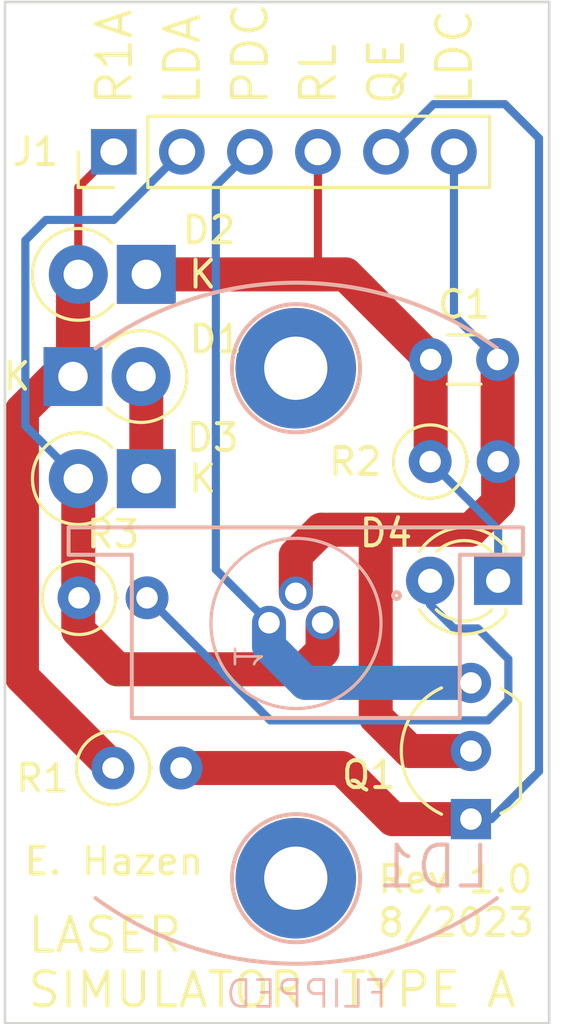
<source format=kicad_pcb>
(kicad_pcb (version 20221018) (generator pcbnew)
  (layers (0 "F.Cu" signal) (31 "B.Cu" signal) (34 "B.Paste" user) (35 "F.Paste" user) (36 "B.SilkS" user "B.Silkscreen") (37 "F.SilkS" user "F.Silkscreen") (38 "B.Mask" user) (39 "F.Mask" user) (44 "Edge.Cuts" user))
  (net 0 "")
  (net 1 "/RL")
  (net 2 "/LDC")
  (net 3 "/R1A")
  (net 4 "Net-(D2-A)")
  (net 5 "/LDA")
  (net 6 "/PDC")
  (net 7 "/QE")
  (net 8 "Net-(D4-A)")
  (footprint "Diode_THT:D_DO-41_SOD81_P2.54mm_Vertical_KathodeUp" (layer "F.Cu") (at 132.08 80.01)
    (fp_text reference "D2" (at 5.08 -5.461) (layer "F.SilkS"))
    (fp_text value "1N4001")
    (fp_text user "K" (at -2.1 0) (layer "F.SilkS"))
    (fp_arc (start 1.228847 -1.1) (mid 4.250877 -0.044974) (end 1.288449 1.167366) (stroke (width 0.12)) (layer "F.SilkS"))
    (pad "1" thru_hole rect (at 0 0) (size 2.2 2.2) (drill 1.1) (layers "*.Cu" "*.Mask") (net 3 "/R1A"))
    (pad "2" thru_hole oval (at 2.54 0) (size 2.2 2.2) (drill 1.1) (layers "*.Cu" "*.Mask") (net 4 "Net-(D2-A)"))
  )
  (footprint "Capacitor_THT:C_Disc_D3.0mm_W1.6mm_P2.50mm" (layer "F.Cu") (at 145.435 79.375)
    (fp_text reference "C1" (at 1.25 -2.05) (layer "F.SilkS"))
    (fp_text value "0.33uF")
    (fp_line (start 0.621 -0.92) (end 1.879 -0.92) (stroke (width 0.12)) (layer "F.SilkS"))
    (fp_line (start 0.621 0.92) (end 1.879 0.92) (stroke (width 0.12)) (layer "F.SilkS"))
    (pad "1" thru_hole circle (at 0 0) (size 1.6 1.6) (drill 0.8) (layers "*.Cu" "*.Mask") (net 1 "/RL"))
    (pad "2" thru_hole circle (at 2.5 0) (size 1.6 1.6) (drill 0.8) (layers "*.Cu" "*.Mask") (net 2 "/LDC"))
  )
  (footprint "Resistor_THT:R_Axial_DIN0207_L6.3mm_D2.5mm_P2.54mm_Vertical" (layer "F.Cu") (at 145.415 83.185)
    (fp_text reference "R2" (at -2.794 0) (layer "F.SilkS"))
    (fp_text value "1.6")
    (fp_line (start 1.37 0) (end 1.44 0) (stroke (width 0.12)) (layer "F.SilkS"))
    (fp_circle (center 0 0) (end 1.37 0) (stroke (width 0.12)) (fill none) (layer "F.SilkS"))
    (pad "1" thru_hole circle (at 0 0) (size 1.6 1.6) (drill 0.8) (layers "*.Cu" "*.Mask") (net 1 "/RL"))
    (pad "2" thru_hole oval (at 2.54 0) (size 1.6 1.6) (drill 0.8) (layers "*.Cu" "*.Mask") (net 2 "/LDC"))
  )
  (footprint "LED_THT:LED_D3.0mm" (layer "F.Cu") (at 147.955 87.63 180)
    (fp_text reference "D4" (at 4.191 1.778) (layer "F.SilkS"))
    (fp_text value "LED")
    (fp_line (start -0.29 -1.236) (end -0.29 -1.08) (stroke (width 0.12)) (layer "F.SilkS"))
    (fp_line (start -0.29 1.08) (end -0.29 1.236) (stroke (width 0.12)) (layer "F.SilkS"))
    (fp_arc (start -0.29 -1.235516) (mid 1.366487 -1.987659) (end 2.942335 -1.078608) (stroke (width 0.12)) (layer "F.SilkS"))
    (fp_arc (start 0.229039 -1.08) (mid 1.270117 -1.5) (end 2.31113 -1.079837) (stroke (width 0.12)) (layer "F.SilkS"))
    (fp_arc (start 2.31113 1.079837) (mid 1.270117 1.5) (end 0.229039 1.08) (stroke (width 0.12)) (layer "F.SilkS"))
    (fp_arc (start 2.942335 1.078608) (mid 1.366487 1.987659) (end -0.29 1.235516) (stroke (width 0.12)) (layer "F.SilkS"))
    (pad "1" thru_hole rect (at 0 0 180) (size 1.8 1.8) (drill 0.9) (layers "*.Cu" "*.Mask") (net 1 "/RL"))
    (pad "2" thru_hole circle (at 2.54 0 180) (size 1.8 1.8) (drill 0.9) (layers "*.Cu" "*.Mask") (net 8 "Net-(D4-A)"))
  )
  (footprint "Resistor_THT:R_Axial_DIN0207_L6.3mm_D2.5mm_P2.54mm_Vertical" (layer "F.Cu") (at 133.575 94.615)
    (fp_text reference "R1" (at -2.638 0.381) (layer "F.SilkS"))
    (fp_text value "4.7k")
    (fp_line (start 1.37 0) (end 1.44 0) (stroke (width 0.12)) (layer "F.SilkS"))
    (fp_circle (center 0 0) (end 1.37 0) (stroke (width 0.12)) (fill none) (layer "F.SilkS"))
    (pad "1" thru_hole circle (at 0 0) (size 1.6 1.6) (drill 0.8) (layers "*.Cu" "*.Mask") (net 3 "/R1A"))
    (pad "2" thru_hole oval (at 2.54 0) (size 1.6 1.6) (drill 0.8) (layers "*.Cu" "*.Mask") (net 7 "/QE"))
  )
  (footprint "Diode_THT:D_DO-41_SOD81_P2.54mm_Vertical_KathodeUp" (layer "F.Cu") (at 134.818234 83.82 180)
    (fp_text reference "D3" (at -2.468766 1.524) (layer "F.SilkS"))
    (fp_text value "1N4001")
    (fp_text user "K" (at -2.1 0) (layer "F.SilkS"))
    (fp_arc (start 1.228847 -1.1) (mid 4.250877 -0.044974) (end 1.288449 1.167366) (stroke (width 0.12)) (layer "F.SilkS"))
    (pad "1" thru_hole rect (at 0 0 180) (size 2.2 2.2) (drill 1.1) (layers "*.Cu" "*.Mask") (net 4 "Net-(D2-A)"))
    (pad "2" thru_hole oval (at 2.54 0 180) (size 2.2 2.2) (drill 1.1) (layers "*.Cu" "*.Mask") (net 5 "/LDA"))
  )
  (footprint "Diode_THT:D_DO-41_SOD81_P2.54mm_Vertical_KathodeUp" (layer "F.Cu") (at 134.818234 76.2 180)
    (fp_text reference "D1" (at -2.595766 -2.413) (layer "F.SilkS"))
    (fp_text value "1N4001")
    (fp_text user "K" (at -2.1 0) (layer "F.SilkS"))
    (fp_arc (start 1.228847 -1.1) (mid 4.250877 -0.044974) (end 1.288449 1.167366) (stroke (width 0.12)) (layer "F.SilkS"))
    (pad "1" thru_hole rect (at 0 0 180) (size 2.2 2.2) (drill 1.1) (layers "*.Cu" "*.Mask") (net 1 "/RL"))
    (pad "2" thru_hole oval (at 2.54 0 180) (size 2.2 2.2) (drill 1.1) (layers "*.Cu" "*.Mask") (net 3 "/R1A"))
  )
  (footprint "Package_TO_SOT_THT:TO-92_Inline_Wide" (layer "F.Cu") (at 146.939 96.52 90)
    (fp_text reference "Q1" (at 1.651 -3.81 180) (layer "F.SilkS"))
    (fp_text value "2N3906")
    (fp_line (start 0.74 1.85) (end 4.34 1.85) (stroke (width 0.12)) (layer "F.SilkS"))
    (fp_arc (start 0.1836 -1.098807) (mid 1.143021 -2.192817) (end 2.54 -2.6) (stroke (width 0.12)) (layer "F.SilkS"))
    (fp_arc (start 0.74 1.85) (mid 0.446097 1.509328) (end 0.215816 1.122795) (stroke (width 0.12)) (layer "F.SilkS"))
    (fp_arc (start 2.54 -2.6) (mid 3.936979 -2.192818) (end 4.8964 -1.098807) (stroke (width 0.12)) (layer "F.SilkS"))
    (fp_arc (start 4.864184 1.122795) (mid 4.633903 1.509328) (end 4.34 1.85) (stroke (width 0.12)) (layer "F.SilkS"))
    (pad "1" thru_hole rect (at 0 0 90) (size 1.5 1.5) (drill 0.8) (layers "*.Cu" "*.Mask") (net 7 "/QE"))
    (pad "2" thru_hole circle (at 2.54 0 90) (size 1.5 1.5) (drill 0.8) (layers "*.Cu" "*.Mask") (net 2 "/LDC"))
    (pad "3" thru_hole circle (at 5.08 0 90) (size 1.5 1.5) (drill 0.8) (layers "*.Cu" "*.Mask") (net 6 "/PDC"))
  )
  (footprint "Resistor_THT:R_Axial_DIN0207_L6.3mm_D2.5mm_P2.54mm_Vertical" (layer "F.Cu") (at 132.305 88.265)
    (fp_text reference "R3" (at 1.27 -2.37) (layer "F.SilkS"))
    (fp_text value "150")
    (fp_line (start 1.37 0) (end 1.44 0) (stroke (width 0.12)) (layer "F.SilkS"))
    (fp_circle (center 0 0) (end 1.37 0) (stroke (width 0.12)) (fill none) (layer "F.SilkS"))
    (pad "1" thru_hole circle (at 0 0) (size 1.6 1.6) (drill 0.8) (layers "*.Cu" "*.Mask") (net 5 "/LDA"))
    (pad "2" thru_hole oval (at 2.54 0) (size 1.6 1.6) (drill 0.8) (layers "*.Cu" "*.Mask") (net 8 "Net-(D4-A)"))
  )
  (footprint "Connector_PinHeader_2.54mm:PinHeader_1x06_P2.54mm_Vertical" (layer "F.Cu") (at 133.604 71.628 90)
    (fp_text reference "J1" (at 0 -2.921 180) (layer "F.SilkS"))
    (fp_text value "Conn_01x06")
    (fp_line (start -1.33 -1.33) (end 0 -1.33) (stroke (width 0.12)) (layer "F.SilkS"))
    (fp_line (start -1.33 0) (end -1.33 -1.33) (stroke (width 0.12)) (layer "F.SilkS"))
    (fp_line (start -1.33 1.27) (end -1.33 14.03) (stroke (width 0.12)) (layer "F.SilkS"))
    (fp_line (start -1.33 1.27) (end 1.33 1.27) (stroke (width 0.12)) (layer "F.SilkS"))
    (fp_line (start -1.33 14.03) (end 1.33 14.03) (stroke (width 0.12)) (layer "F.SilkS"))
    (fp_line (start 1.33 1.27) (end 1.33 14.03) (stroke (width 0.12)) (layer "F.SilkS"))
    (pad "1" thru_hole rect (at 0 0 90) (size 1.7 1.7) (drill 1) (layers "*.Cu" "*.Mask") (net 3 "/R1A"))
    (pad "2" thru_hole oval (at 0 2.54 90) (size 1.7 1.7) (drill 1) (layers "*.Cu" "*.Mask") (net 5 "/LDA"))
    (pad "3" thru_hole oval (at 0 5.08 90) (size 1.7 1.7) (drill 1) (layers "*.Cu" "*.Mask") (net 6 "/PDC"))
    (pad "4" thru_hole oval (at 0 7.62 90) (size 1.7 1.7) (drill 1) (layers "*.Cu" "*.Mask") (net 1 "/RL"))
    (pad "5" thru_hole oval (at 0 10.16 90) (size 1.7 1.7) (drill 1) (layers "*.Cu" "*.Mask") (net 7 "/QE"))
    (pad "6" thru_hole oval (at 0 12.7 90) (size 1.7 1.7) (drill 1) (layers "*.Cu" "*.Mask") (net 2 "/LDC"))
  )
  (footprint "laserFootprint:laserDiode" (layer "B.Cu") (at 141.398968 89.1958 90)
    (fp_text reference "LD1" (at -9.1022 4.143032 unlocked) (layer "B.SilkS") (effects (font (size 1.524 1.524) (thickness 0.1524)) (justify mirror)))
    (fp_text value "Laserdiode")
    (fp_text user "FLIPPED" (at -14.4362 2.492032 unlocked) (layer "B.SilkS") (effects (font (thickness 0.1)) (justify left bottom mirror)))
    (fp_text user "1" (at -1.8 -3.4 270 unlocked) (layer "B.SilkS") (effects (font (thickness 0.1)) (justify left bottom mirror)))
    (fp_line (start -3.553 -7.1228) (end -3.553 5.1228) (stroke (width 0.15)) (layer "B.SilkS"))
    (fp_line (start -3.553 -7.1228) (end 2.537 -7.1228) (stroke (width 0.15)) (layer "B.SilkS"))
    (fp_line (start -3.553 5.1228) (end 2.537 5.1228) (stroke (width 0.15)) (layer "B.SilkS"))
    (fp_line (start 2.537 -7.1228) (end 2.537 -9.4828) (stroke (width 0.15)) (layer "B.SilkS"))
    (fp_line (start 2.537 5.1228) (end 2.537 7.4828) (stroke (width 0.15)) (layer "B.SilkS"))
    (fp_line (start 3.557 -9.4828) (end 2.537 -9.4828) (stroke (width 0.15)) (layer "B.SilkS"))
    (fp_line (start 3.557 7.4828) (end 2.537 7.4828) (stroke (width 0.15)) (layer "B.SilkS"))
    (fp_line (start 3.557 7.4828) (end 3.557 -9.4828) (stroke (width 0.15)) (layer "B.SilkS"))
    (fp_arc (start -10.271999 6.511299) (mid -12.718968 -0.9837) (end -10.271999 -8.478699) (stroke (width 0.15)) (layer "B.SilkS"))
    (fp_arc (start 10.237999 -8.478699) (mid 12.68497 -0.9837) (end 10.237999 6.511299) (stroke (width 0.15)) (layer "B.SilkS"))
    (fp_circle (center -9.529 -0.9922) (end -7.139 -0.9922) (stroke (width 0.15)) (fill none) (layer "B.SilkS"))
    (fp_circle (center -0.0254 -0.9922) (end 3.1496 -0.9922) (stroke (width 0.12)) (fill none) (layer "B.SilkS"))
    (fp_circle (center 1.017 2.7628) (end 1.144 2.7628) (stroke (width 0.15)) (fill none) (layer "B.SilkS"))
    (fp_circle (center 9.495 -0.9922) (end 11.885 -0.9922) (stroke (width 0.15)) (fill none) (layer "B.SilkS"))
    (pad "1" thru_hole oval (at 0 -2) (size 1.25 1.25) (drill oval 0.8) (layers "*.Cu" "*.Mask") (net 6 "/PDC"))
    (pad "2" thru_hole oval (at 1.1 -1) (size 1.25 1.25) (drill oval 0.8) (layers "*.Cu" "*.Mask") (net 2 "/LDC"))
    (pad "3" thru_hole oval (at 0 0) (size 1.25 1.25) (drill oval 0.8) (layers "*.Cu" "*.Mask") (net 5 "/LDA"))
    (pad "4" thru_hole circle (at -9.529 -1 90) (size 4.5 4.5) (drill 2.36) (layers "*.Cu" "*.Mask"))
    (pad "4" thru_hole circle (at 9.495 -1 90) (size 4.5 4.5) (drill 2.36) (layers "*.Cu" "*.Mask"))
  )
  (gr_line (start 129.54 104.14) (end 129.54 66.04) (stroke (width 0.1)) (layer "Edge.Cuts"))
  (gr_line (start 149.86 66.04) (end 149.86 104.14) (stroke (width 0.1)) (layer "Edge.Cuts"))
  (gr_line (start 149.86 104.14) (end 129.54 104.14) (stroke (width 0.1)) (layer "Edge.Cuts"))
  (gr_line (start 129.54 66.04) (end 149.86 66.04) (stroke (width 0.1)) (layer "Edge.Cuts"))
  (gr_text "E. Hazen" (at 130.175 98.679) (layer "F.SilkS") (effects (font (size 1 1)) (justify left bottom)))
  (gr_text "QE" (at 144.526 69.977 90) (layer "F.SilkS") (effects (font (size 1.27 1.27) (thickness 0.1524)) (justify left bottom)))
  (gr_text "LDC" (at 147.066 69.977 90) (layer "F.SilkS") (effects (font (size 1.27 1.27) (thickness 0.1524)) (justify left bottom)))
  (gr_text "TYPE A" (at 141.986 103.632) (layer "F.SilkS") (effects (font (size 1.27 1.27) (thickness 0.1524)) (justify left bottom)))
  (gr_text "PDC" (at 139.446 69.977 90) (layer "F.SilkS") (effects (font (size 1.27 1.27) (thickness 0.1524)) (justify left bottom)))
  (gr_text "LDA" (at 136.906 69.977 90) (layer "F.SilkS") (effects (font (size 1.27 1.27) (thickness 0.1524)) (justify left bottom)))
  (gr_text "RL" (at 141.986 69.977 90) (layer "F.SilkS") (effects (font (size 1.27 1.27) (thickness 0.1524)) (justify left bottom)))
  (gr_text "Rev 1.0\n8/2023" (at 143.383 100.965) (layer "F.SilkS") (effects (font (size 1 1)) (justify left bottom)))
  (gr_text "R1A" (at 134.366 69.977 90) (layer "F.SilkS") (effects (font (size 1.27 1.27) (thickness 0.1524)) (justify left bottom)))
  (gr_text "LASER\nSIMULATOR" (at 130.302 103.632) (layer "F.SilkS") (effects (font (size 1.27 1.27) (thickness 0.1524)) (justify left bottom)))
  (segment (start 141.351 76.2) (end 142.26 76.2) (width 1.27) (layer "F.Cu") (net 1))
  (segment (start 141.224 76.073) (end 141.351 76.2) (width 0.3048) (layer "F.Cu") (net 1))
  (segment (start 145.435 79.375) (end 145.435 83.165) (width 1.27) (layer "F.Cu") (net 1))
  (segment (start 142.26 76.2) (end 145.435 79.375) (width 1.27) (layer "F.Cu") (net 1))
  (segment (start 145.435 83.165) (end 145.415 83.185) (width 1.27) (layer "F.Cu") (net 1))
  (segment (start 134.818234 76.2) (end 141.351 76.2) (width 1.27) (layer "F.Cu") (net 1))
  (segment (start 141.224 71.628) (end 141.224 76.073) (width 0.3048) (layer "F.Cu") (net 1))
  (segment (start 147.955 87.63) (end 147.955 85.725) (width 0.3048) (layer "B.Cu") (net 1))
  (segment (start 147.955 85.725) (end 145.415 83.185) (width 0.3048) (layer "B.Cu") (net 1))
  (segment (start 147.935 79.375) (end 147.935 83.165) (width 1.27) (layer "F.Cu") (net 2))
  (segment (start 141.351 85.725) (end 140.398968 86.677032) (width 1.27) (layer "F.Cu") (net 2))
  (segment (start 143.51 85.725) (end 141.351 85.725) (width 1.27) (layer "F.Cu") (net 2))
  (segment (start 146.939 93.98) (end 144.653 93.98) (width 1.27) (layer "F.Cu") (net 2))
  (segment (start 143.383 85.852) (end 143.51 85.725) (width 1.27) (layer "F.Cu") (net 2))
  (segment (start 140.398968 86.677032) (end 140.398968 88.0958) (width 1.27) (layer "F.Cu") (net 2))
  (segment (start 143.383 92.71) (end 143.383 85.852) (width 1.27) (layer "F.Cu") (net 2))
  (segment (start 147.955 83.185) (end 147.955 84.709) (width 1.27) (layer "F.Cu") (net 2))
  (segment (start 144.653 93.98) (end 143.383 92.71) (width 1.27) (layer "F.Cu") (net 2))
  (segment (start 147.955 84.709) (end 146.939 85.725) (width 1.27) (layer "F.Cu") (net 2))
  (segment (start 146.939 85.725) (end 143.51 85.725) (width 1.27) (layer "F.Cu") (net 2))
  (segment (start 147.935 83.165) (end 147.955 83.185) (width 1.27) (layer "F.Cu") (net 2))
  (segment (start 146.304 71.628) (end 146.304 77.744) (width 0.3048) (layer "B.Cu") (net 2))
  (segment (start 146.304 77.744) (end 147.935 79.375) (width 0.3048) (layer "B.Cu") (net 2))
  (segment (start 133.575 94.615) (end 130.175 91.215) (width 1.27) (layer "F.Cu") (net 3))
  (segment (start 130.175 81.28) (end 131.445 80.01) (width 1.27) (layer "F.Cu") (net 3))
  (segment (start 131.445 80.01) (end 132.08 80.01) (width 1.27) (layer "F.Cu") (net 3))
  (segment (start 133.604 71.628) (end 132.278234 72.953766) (width 0.3048) (layer "F.Cu") (net 3))
  (segment (start 132.08 80.01) (end 132.08 76.398234) (width 1.27) (layer "F.Cu") (net 3))
  (segment (start 132.278234 72.953766) (end 132.278234 76.2) (width 0.3048) (layer "F.Cu") (net 3))
  (segment (start 130.175 91.215) (end 130.175 81.28) (width 1.27) (layer "F.Cu") (net 3))
  (segment (start 132.08 76.398234) (end 132.278234 76.2) (width 1.27) (layer "F.Cu") (net 3))
  (segment (start 134.818234 83.82) (end 134.818234 80.208234) (width 1.27) (layer "F.Cu") (net 4))
  (segment (start 134.818234 80.208234) (end 134.62 80.01) (width 1.27) (layer "F.Cu") (net 4))
  (segment (start 140.716 90.932) (end 133.731 90.932) (width 1.27) (layer "F.Cu") (net 5))
  (segment (start 133.731 90.932) (end 132.278234 89.479234) (width 1.27) (layer "F.Cu") (net 5))
  (segment (start 141.398968 89.1958) (end 141.398968 90.249032) (width 1.27) (layer "F.Cu") (net 5))
  (segment (start 141.398968 90.249032) (end 140.716 90.932) (width 1.27) (layer "F.Cu") (net 5))
  (segment (start 132.278234 89.479234) (end 132.278234 83.82) (width 1.27) (layer "F.Cu") (net 5))
  (segment (start 130.302 81.843766) (end 132.278234 83.82) (width 0.3048) (layer "B.Cu") (net 5))
  (segment (start 130.302 74.93) (end 130.302 81.843766) (width 0.3048) (layer "B.Cu") (net 5))
  (segment (start 131.064 74.168) (end 130.302 74.93) (width 0.3048) (layer "B.Cu") (net 5))
  (segment (start 136.144 71.628) (end 133.604 74.168) (width 0.3048) (layer "B.Cu") (net 5))
  (segment (start 133.604 74.168) (end 131.064 74.168) (width 0.3048) (layer "B.Cu") (net 5))
  (segment (start 138.684 71.628) (end 137.414 72.898) (width 0.3048) (layer "B.Cu") (net 6))
  (segment (start 139.398968 90.079683) (end 139.398968 89.1958) (width 1.27) (layer "B.Cu") (net 6))
  (segment (start 137.414 87.210832) (end 139.398968 89.1958) (width 0.3048) (layer "B.Cu") (net 6))
  (segment (start 137.414 72.898) (end 137.414 87.210832) (width 0.3048) (layer "B.Cu") (net 6))
  (segment (start 140.759285 91.44) (end 139.398968 90.079683) (width 1.27) (layer "B.Cu") (net 6))
  (segment (start 146.939 91.44) (end 140.759285 91.44) (width 1.27) (layer "B.Cu") (net 6))
  (segment (start 142.113 94.615) (end 144.018 96.52) (width 1.27) (layer "F.Cu") (net 7))
  (segment (start 136.115 94.615) (end 142.113 94.615) (width 1.27) (layer "F.Cu") (net 7))
  (segment (start 144.018 96.52) (end 146.939 96.52) (width 1.27) (layer "F.Cu") (net 7))
  (segment (start 149.479 71.12) (end 149.479 94.742) (width 0.3048) (layer "B.Cu") (net 7))
  (segment (start 145.542 69.85) (end 148.209 69.85) (width 0.3048) (layer "B.Cu") (net 7))
  (segment (start 149.479 94.742) (end 147.701 96.52) (width 0.3048) (layer "B.Cu") (net 7))
  (segment (start 147.701 96.52) (end 146.939 96.52) (width 0.3048) (layer "B.Cu") (net 7))
  (segment (start 148.209 69.85) (end 149.479 71.12) (width 0.3048) (layer "B.Cu") (net 7))
  (segment (start 143.764 71.628) (end 145.542 69.85) (width 0.3048) (layer "B.Cu") (net 7))
  (segment (start 148.336 92.075) (end 148.336 90.551) (width 0.3048) (layer "B.Cu") (net 8))
  (segment (start 147.193 89.408) (end 146.304 89.408) (width 0.3048) (layer "B.Cu") (net 8))
  (segment (start 147.574 92.837) (end 148.336 92.075) (width 0.3048) (layer "B.Cu") (net 8))
  (segment (start 134.845 88.265) (end 134.874 88.265) (width 0.3048) (layer "B.Cu") (net 8))
  (segment (start 146.304 89.408) (end 145.415 88.519) (width 0.3048) (layer "B.Cu") (net 8))
  (segment (start 145.415 88.519) (end 145.415 87.63) (width 0.3048) (layer "B.Cu") (net 8))
  (segment (start 139.446 92.837) (end 147.574 92.837) (width 0.3048) (layer "B.Cu") (net 8))
  (segment (start 134.874 88.265) (end 139.446 92.837) (width 0.3048) (layer "B.Cu") (net 8))
  (segment (start 148.336 90.551) (end 147.193 89.408) (width 0.3048) (layer "B.Cu") (net 8))
)
</source>
